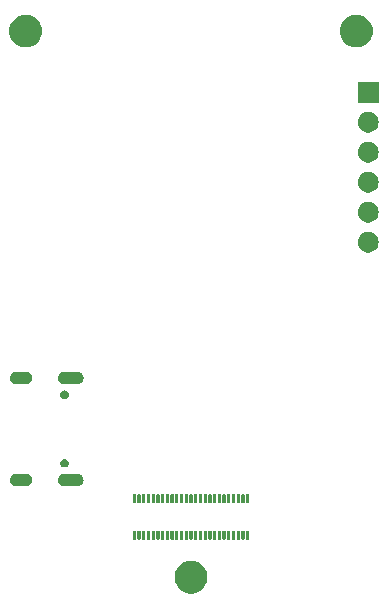
<source format=gbr>
%TF.GenerationSoftware,KiCad,Pcbnew,7.0.5-7.0.5~ubuntu20.04.1*%
%TF.CreationDate,2023-06-26T22:11:11+02:00*%
%TF.ProjectId,ESP32_UniBoard,45535033-325f-4556-9e69-426f6172642e,rev?*%
%TF.SameCoordinates,Original*%
%TF.FileFunction,Soldermask,Bot*%
%TF.FilePolarity,Negative*%
%FSLAX46Y46*%
G04 Gerber Fmt 4.6, Leading zero omitted, Abs format (unit mm)*
G04 Created by KiCad (PCBNEW 7.0.5-7.0.5~ubuntu20.04.1) date 2023-06-26 22:11:11*
%MOMM*%
%LPD*%
G01*
G04 APERTURE LIST*
G04 APERTURE END LIST*
G36*
X121458525Y-92205734D02*
G01*
X121675657Y-92280275D01*
X121877558Y-92389539D01*
X122058721Y-92530544D01*
X122214205Y-92699444D01*
X122339769Y-92891633D01*
X122431986Y-93101868D01*
X122488342Y-93324414D01*
X122507300Y-93553200D01*
X122488342Y-93781986D01*
X122431986Y-94004532D01*
X122339769Y-94214767D01*
X122214205Y-94406956D01*
X122058721Y-94575856D01*
X121877558Y-94716861D01*
X121675657Y-94826125D01*
X121458525Y-94900666D01*
X121232085Y-94938452D01*
X121002515Y-94938452D01*
X120776075Y-94900666D01*
X120558943Y-94826125D01*
X120357042Y-94716861D01*
X120175879Y-94575856D01*
X120020395Y-94406956D01*
X119894831Y-94214767D01*
X119802614Y-94004532D01*
X119746258Y-93781986D01*
X119727300Y-93553200D01*
X119746258Y-93324414D01*
X119802614Y-93101868D01*
X119894831Y-92891633D01*
X120020395Y-92699444D01*
X120175879Y-92530544D01*
X120357042Y-92389539D01*
X120558943Y-92280275D01*
X120776075Y-92205734D01*
X121002515Y-92167948D01*
X121232085Y-92167948D01*
X121458525Y-92205734D01*
G37*
G36*
X116414088Y-89608528D02*
G01*
X116436797Y-89623703D01*
X116451972Y-89646412D01*
X116457300Y-89673200D01*
X116457300Y-90313200D01*
X116451972Y-90339988D01*
X116436797Y-90362697D01*
X116414088Y-90377872D01*
X116387300Y-90383200D01*
X116247300Y-90383200D01*
X116220512Y-90377872D01*
X116197803Y-90362697D01*
X116182628Y-90339988D01*
X116177300Y-90313200D01*
X116177300Y-89673200D01*
X116182628Y-89646412D01*
X116197803Y-89623703D01*
X116220512Y-89608528D01*
X116247300Y-89603200D01*
X116387300Y-89603200D01*
X116414088Y-89608528D01*
G37*
G36*
X116814088Y-89608528D02*
G01*
X116836797Y-89623703D01*
X116851972Y-89646412D01*
X116857300Y-89673200D01*
X116857300Y-90313200D01*
X116851972Y-90339988D01*
X116836797Y-90362697D01*
X116814088Y-90377872D01*
X116787300Y-90383200D01*
X116647300Y-90383200D01*
X116620512Y-90377872D01*
X116597803Y-90362697D01*
X116582628Y-90339988D01*
X116577300Y-90313200D01*
X116577300Y-89673200D01*
X116582628Y-89646412D01*
X116597803Y-89623703D01*
X116620512Y-89608528D01*
X116647300Y-89603200D01*
X116787300Y-89603200D01*
X116814088Y-89608528D01*
G37*
G36*
X117214088Y-89608528D02*
G01*
X117236797Y-89623703D01*
X117251972Y-89646412D01*
X117257300Y-89673200D01*
X117257300Y-90313200D01*
X117251972Y-90339988D01*
X117236797Y-90362697D01*
X117214088Y-90377872D01*
X117187300Y-90383200D01*
X117047300Y-90383200D01*
X117020512Y-90377872D01*
X116997803Y-90362697D01*
X116982628Y-90339988D01*
X116977300Y-90313200D01*
X116977300Y-89673200D01*
X116982628Y-89646412D01*
X116997803Y-89623703D01*
X117020512Y-89608528D01*
X117047300Y-89603200D01*
X117187300Y-89603200D01*
X117214088Y-89608528D01*
G37*
G36*
X117614088Y-89608528D02*
G01*
X117636797Y-89623703D01*
X117651972Y-89646412D01*
X117657300Y-89673200D01*
X117657300Y-90313200D01*
X117651972Y-90339988D01*
X117636797Y-90362697D01*
X117614088Y-90377872D01*
X117587300Y-90383200D01*
X117447300Y-90383200D01*
X117420512Y-90377872D01*
X117397803Y-90362697D01*
X117382628Y-90339988D01*
X117377300Y-90313200D01*
X117377300Y-89673200D01*
X117382628Y-89646412D01*
X117397803Y-89623703D01*
X117420512Y-89608528D01*
X117447300Y-89603200D01*
X117587300Y-89603200D01*
X117614088Y-89608528D01*
G37*
G36*
X118014088Y-89608528D02*
G01*
X118036797Y-89623703D01*
X118051972Y-89646412D01*
X118057300Y-89673200D01*
X118057300Y-90313200D01*
X118051972Y-90339988D01*
X118036797Y-90362697D01*
X118014088Y-90377872D01*
X117987300Y-90383200D01*
X117847300Y-90383200D01*
X117820512Y-90377872D01*
X117797803Y-90362697D01*
X117782628Y-90339988D01*
X117777300Y-90313200D01*
X117777300Y-89673200D01*
X117782628Y-89646412D01*
X117797803Y-89623703D01*
X117820512Y-89608528D01*
X117847300Y-89603200D01*
X117987300Y-89603200D01*
X118014088Y-89608528D01*
G37*
G36*
X118414088Y-89608528D02*
G01*
X118436797Y-89623703D01*
X118451972Y-89646412D01*
X118457300Y-89673200D01*
X118457300Y-90313200D01*
X118451972Y-90339988D01*
X118436797Y-90362697D01*
X118414088Y-90377872D01*
X118387300Y-90383200D01*
X118247300Y-90383200D01*
X118220512Y-90377872D01*
X118197803Y-90362697D01*
X118182628Y-90339988D01*
X118177300Y-90313200D01*
X118177300Y-89673200D01*
X118182628Y-89646412D01*
X118197803Y-89623703D01*
X118220512Y-89608528D01*
X118247300Y-89603200D01*
X118387300Y-89603200D01*
X118414088Y-89608528D01*
G37*
G36*
X118814088Y-89608528D02*
G01*
X118836797Y-89623703D01*
X118851972Y-89646412D01*
X118857300Y-89673200D01*
X118857300Y-90313200D01*
X118851972Y-90339988D01*
X118836797Y-90362697D01*
X118814088Y-90377872D01*
X118787300Y-90383200D01*
X118647300Y-90383200D01*
X118620512Y-90377872D01*
X118597803Y-90362697D01*
X118582628Y-90339988D01*
X118577300Y-90313200D01*
X118577300Y-89673200D01*
X118582628Y-89646412D01*
X118597803Y-89623703D01*
X118620512Y-89608528D01*
X118647300Y-89603200D01*
X118787300Y-89603200D01*
X118814088Y-89608528D01*
G37*
G36*
X119214088Y-89608528D02*
G01*
X119236797Y-89623703D01*
X119251972Y-89646412D01*
X119257300Y-89673200D01*
X119257300Y-90313200D01*
X119251972Y-90339988D01*
X119236797Y-90362697D01*
X119214088Y-90377872D01*
X119187300Y-90383200D01*
X119047300Y-90383200D01*
X119020512Y-90377872D01*
X118997803Y-90362697D01*
X118982628Y-90339988D01*
X118977300Y-90313200D01*
X118977300Y-89673200D01*
X118982628Y-89646412D01*
X118997803Y-89623703D01*
X119020512Y-89608528D01*
X119047300Y-89603200D01*
X119187300Y-89603200D01*
X119214088Y-89608528D01*
G37*
G36*
X119614088Y-89608528D02*
G01*
X119636797Y-89623703D01*
X119651972Y-89646412D01*
X119657300Y-89673200D01*
X119657300Y-90313200D01*
X119651972Y-90339988D01*
X119636797Y-90362697D01*
X119614088Y-90377872D01*
X119587300Y-90383200D01*
X119447300Y-90383200D01*
X119420512Y-90377872D01*
X119397803Y-90362697D01*
X119382628Y-90339988D01*
X119377300Y-90313200D01*
X119377300Y-89673200D01*
X119382628Y-89646412D01*
X119397803Y-89623703D01*
X119420512Y-89608528D01*
X119447300Y-89603200D01*
X119587300Y-89603200D01*
X119614088Y-89608528D01*
G37*
G36*
X120014088Y-89608528D02*
G01*
X120036797Y-89623703D01*
X120051972Y-89646412D01*
X120057300Y-89673200D01*
X120057300Y-90313200D01*
X120051972Y-90339988D01*
X120036797Y-90362697D01*
X120014088Y-90377872D01*
X119987300Y-90383200D01*
X119847300Y-90383200D01*
X119820512Y-90377872D01*
X119797803Y-90362697D01*
X119782628Y-90339988D01*
X119777300Y-90313200D01*
X119777300Y-89673200D01*
X119782628Y-89646412D01*
X119797803Y-89623703D01*
X119820512Y-89608528D01*
X119847300Y-89603200D01*
X119987300Y-89603200D01*
X120014088Y-89608528D01*
G37*
G36*
X120414088Y-89608528D02*
G01*
X120436797Y-89623703D01*
X120451972Y-89646412D01*
X120457300Y-89673200D01*
X120457300Y-90313200D01*
X120451972Y-90339988D01*
X120436797Y-90362697D01*
X120414088Y-90377872D01*
X120387300Y-90383200D01*
X120247300Y-90383200D01*
X120220512Y-90377872D01*
X120197803Y-90362697D01*
X120182628Y-90339988D01*
X120177300Y-90313200D01*
X120177300Y-89673200D01*
X120182628Y-89646412D01*
X120197803Y-89623703D01*
X120220512Y-89608528D01*
X120247300Y-89603200D01*
X120387300Y-89603200D01*
X120414088Y-89608528D01*
G37*
G36*
X120814088Y-89608528D02*
G01*
X120836797Y-89623703D01*
X120851972Y-89646412D01*
X120857300Y-89673200D01*
X120857300Y-90313200D01*
X120851972Y-90339988D01*
X120836797Y-90362697D01*
X120814088Y-90377872D01*
X120787300Y-90383200D01*
X120647300Y-90383200D01*
X120620512Y-90377872D01*
X120597803Y-90362697D01*
X120582628Y-90339988D01*
X120577300Y-90313200D01*
X120577300Y-89673200D01*
X120582628Y-89646412D01*
X120597803Y-89623703D01*
X120620512Y-89608528D01*
X120647300Y-89603200D01*
X120787300Y-89603200D01*
X120814088Y-89608528D01*
G37*
G36*
X121214088Y-89608528D02*
G01*
X121236797Y-89623703D01*
X121251972Y-89646412D01*
X121257300Y-89673200D01*
X121257300Y-90313200D01*
X121251972Y-90339988D01*
X121236797Y-90362697D01*
X121214088Y-90377872D01*
X121187300Y-90383200D01*
X121047300Y-90383200D01*
X121020512Y-90377872D01*
X120997803Y-90362697D01*
X120982628Y-90339988D01*
X120977300Y-90313200D01*
X120977300Y-89673200D01*
X120982628Y-89646412D01*
X120997803Y-89623703D01*
X121020512Y-89608528D01*
X121047300Y-89603200D01*
X121187300Y-89603200D01*
X121214088Y-89608528D01*
G37*
G36*
X121614088Y-89608528D02*
G01*
X121636797Y-89623703D01*
X121651972Y-89646412D01*
X121657300Y-89673200D01*
X121657300Y-90313200D01*
X121651972Y-90339988D01*
X121636797Y-90362697D01*
X121614088Y-90377872D01*
X121587300Y-90383200D01*
X121447300Y-90383200D01*
X121420512Y-90377872D01*
X121397803Y-90362697D01*
X121382628Y-90339988D01*
X121377300Y-90313200D01*
X121377300Y-89673200D01*
X121382628Y-89646412D01*
X121397803Y-89623703D01*
X121420512Y-89608528D01*
X121447300Y-89603200D01*
X121587300Y-89603200D01*
X121614088Y-89608528D01*
G37*
G36*
X122014088Y-89608528D02*
G01*
X122036797Y-89623703D01*
X122051972Y-89646412D01*
X122057300Y-89673200D01*
X122057300Y-90313200D01*
X122051972Y-90339988D01*
X122036797Y-90362697D01*
X122014088Y-90377872D01*
X121987300Y-90383200D01*
X121847300Y-90383200D01*
X121820512Y-90377872D01*
X121797803Y-90362697D01*
X121782628Y-90339988D01*
X121777300Y-90313200D01*
X121777300Y-89673200D01*
X121782628Y-89646412D01*
X121797803Y-89623703D01*
X121820512Y-89608528D01*
X121847300Y-89603200D01*
X121987300Y-89603200D01*
X122014088Y-89608528D01*
G37*
G36*
X122414088Y-89608528D02*
G01*
X122436797Y-89623703D01*
X122451972Y-89646412D01*
X122457300Y-89673200D01*
X122457300Y-90313200D01*
X122451972Y-90339988D01*
X122436797Y-90362697D01*
X122414088Y-90377872D01*
X122387300Y-90383200D01*
X122247300Y-90383200D01*
X122220512Y-90377872D01*
X122197803Y-90362697D01*
X122182628Y-90339988D01*
X122177300Y-90313200D01*
X122177300Y-89673200D01*
X122182628Y-89646412D01*
X122197803Y-89623703D01*
X122220512Y-89608528D01*
X122247300Y-89603200D01*
X122387300Y-89603200D01*
X122414088Y-89608528D01*
G37*
G36*
X122814088Y-89608528D02*
G01*
X122836797Y-89623703D01*
X122851972Y-89646412D01*
X122857300Y-89673200D01*
X122857300Y-90313200D01*
X122851972Y-90339988D01*
X122836797Y-90362697D01*
X122814088Y-90377872D01*
X122787300Y-90383200D01*
X122647300Y-90383200D01*
X122620512Y-90377872D01*
X122597803Y-90362697D01*
X122582628Y-90339988D01*
X122577300Y-90313200D01*
X122577300Y-89673200D01*
X122582628Y-89646412D01*
X122597803Y-89623703D01*
X122620512Y-89608528D01*
X122647300Y-89603200D01*
X122787300Y-89603200D01*
X122814088Y-89608528D01*
G37*
G36*
X123214088Y-89608528D02*
G01*
X123236797Y-89623703D01*
X123251972Y-89646412D01*
X123257300Y-89673200D01*
X123257300Y-90313200D01*
X123251972Y-90339988D01*
X123236797Y-90362697D01*
X123214088Y-90377872D01*
X123187300Y-90383200D01*
X123047300Y-90383200D01*
X123020512Y-90377872D01*
X122997803Y-90362697D01*
X122982628Y-90339988D01*
X122977300Y-90313200D01*
X122977300Y-89673200D01*
X122982628Y-89646412D01*
X122997803Y-89623703D01*
X123020512Y-89608528D01*
X123047300Y-89603200D01*
X123187300Y-89603200D01*
X123214088Y-89608528D01*
G37*
G36*
X123614088Y-89608528D02*
G01*
X123636797Y-89623703D01*
X123651972Y-89646412D01*
X123657300Y-89673200D01*
X123657300Y-90313200D01*
X123651972Y-90339988D01*
X123636797Y-90362697D01*
X123614088Y-90377872D01*
X123587300Y-90383200D01*
X123447300Y-90383200D01*
X123420512Y-90377872D01*
X123397803Y-90362697D01*
X123382628Y-90339988D01*
X123377300Y-90313200D01*
X123377300Y-89673200D01*
X123382628Y-89646412D01*
X123397803Y-89623703D01*
X123420512Y-89608528D01*
X123447300Y-89603200D01*
X123587300Y-89603200D01*
X123614088Y-89608528D01*
G37*
G36*
X124014088Y-89608528D02*
G01*
X124036797Y-89623703D01*
X124051972Y-89646412D01*
X124057300Y-89673200D01*
X124057300Y-90313200D01*
X124051972Y-90339988D01*
X124036797Y-90362697D01*
X124014088Y-90377872D01*
X123987300Y-90383200D01*
X123847300Y-90383200D01*
X123820512Y-90377872D01*
X123797803Y-90362697D01*
X123782628Y-90339988D01*
X123777300Y-90313200D01*
X123777300Y-89673200D01*
X123782628Y-89646412D01*
X123797803Y-89623703D01*
X123820512Y-89608528D01*
X123847300Y-89603200D01*
X123987300Y-89603200D01*
X124014088Y-89608528D01*
G37*
G36*
X124414088Y-89608528D02*
G01*
X124436797Y-89623703D01*
X124451972Y-89646412D01*
X124457300Y-89673200D01*
X124457300Y-90313200D01*
X124451972Y-90339988D01*
X124436797Y-90362697D01*
X124414088Y-90377872D01*
X124387300Y-90383200D01*
X124247300Y-90383200D01*
X124220512Y-90377872D01*
X124197803Y-90362697D01*
X124182628Y-90339988D01*
X124177300Y-90313200D01*
X124177300Y-89673200D01*
X124182628Y-89646412D01*
X124197803Y-89623703D01*
X124220512Y-89608528D01*
X124247300Y-89603200D01*
X124387300Y-89603200D01*
X124414088Y-89608528D01*
G37*
G36*
X124814088Y-89608528D02*
G01*
X124836797Y-89623703D01*
X124851972Y-89646412D01*
X124857300Y-89673200D01*
X124857300Y-90313200D01*
X124851972Y-90339988D01*
X124836797Y-90362697D01*
X124814088Y-90377872D01*
X124787300Y-90383200D01*
X124647300Y-90383200D01*
X124620512Y-90377872D01*
X124597803Y-90362697D01*
X124582628Y-90339988D01*
X124577300Y-90313200D01*
X124577300Y-89673200D01*
X124582628Y-89646412D01*
X124597803Y-89623703D01*
X124620512Y-89608528D01*
X124647300Y-89603200D01*
X124787300Y-89603200D01*
X124814088Y-89608528D01*
G37*
G36*
X125214088Y-89608528D02*
G01*
X125236797Y-89623703D01*
X125251972Y-89646412D01*
X125257300Y-89673200D01*
X125257300Y-90313200D01*
X125251972Y-90339988D01*
X125236797Y-90362697D01*
X125214088Y-90377872D01*
X125187300Y-90383200D01*
X125047300Y-90383200D01*
X125020512Y-90377872D01*
X124997803Y-90362697D01*
X124982628Y-90339988D01*
X124977300Y-90313200D01*
X124977300Y-89673200D01*
X124982628Y-89646412D01*
X124997803Y-89623703D01*
X125020512Y-89608528D01*
X125047300Y-89603200D01*
X125187300Y-89603200D01*
X125214088Y-89608528D01*
G37*
G36*
X125614088Y-89608528D02*
G01*
X125636797Y-89623703D01*
X125651972Y-89646412D01*
X125657300Y-89673200D01*
X125657300Y-90313200D01*
X125651972Y-90339988D01*
X125636797Y-90362697D01*
X125614088Y-90377872D01*
X125587300Y-90383200D01*
X125447300Y-90383200D01*
X125420512Y-90377872D01*
X125397803Y-90362697D01*
X125382628Y-90339988D01*
X125377300Y-90313200D01*
X125377300Y-89673200D01*
X125382628Y-89646412D01*
X125397803Y-89623703D01*
X125420512Y-89608528D01*
X125447300Y-89603200D01*
X125587300Y-89603200D01*
X125614088Y-89608528D01*
G37*
G36*
X126014088Y-89608528D02*
G01*
X126036797Y-89623703D01*
X126051972Y-89646412D01*
X126057300Y-89673200D01*
X126057300Y-90313200D01*
X126051972Y-90339988D01*
X126036797Y-90362697D01*
X126014088Y-90377872D01*
X125987300Y-90383200D01*
X125847300Y-90383200D01*
X125820512Y-90377872D01*
X125797803Y-90362697D01*
X125782628Y-90339988D01*
X125777300Y-90313200D01*
X125777300Y-89673200D01*
X125782628Y-89646412D01*
X125797803Y-89623703D01*
X125820512Y-89608528D01*
X125847300Y-89603200D01*
X125987300Y-89603200D01*
X126014088Y-89608528D01*
G37*
G36*
X116414088Y-86528528D02*
G01*
X116436797Y-86543703D01*
X116451972Y-86566412D01*
X116457300Y-86593200D01*
X116457300Y-87233200D01*
X116451972Y-87259988D01*
X116436797Y-87282697D01*
X116414088Y-87297872D01*
X116387300Y-87303200D01*
X116247300Y-87303200D01*
X116220512Y-87297872D01*
X116197803Y-87282697D01*
X116182628Y-87259988D01*
X116177300Y-87233200D01*
X116177300Y-86593200D01*
X116182628Y-86566412D01*
X116197803Y-86543703D01*
X116220512Y-86528528D01*
X116247300Y-86523200D01*
X116387300Y-86523200D01*
X116414088Y-86528528D01*
G37*
G36*
X116814088Y-86528528D02*
G01*
X116836797Y-86543703D01*
X116851972Y-86566412D01*
X116857300Y-86593200D01*
X116857300Y-87233200D01*
X116851972Y-87259988D01*
X116836797Y-87282697D01*
X116814088Y-87297872D01*
X116787300Y-87303200D01*
X116647300Y-87303200D01*
X116620512Y-87297872D01*
X116597803Y-87282697D01*
X116582628Y-87259988D01*
X116577300Y-87233200D01*
X116577300Y-86593200D01*
X116582628Y-86566412D01*
X116597803Y-86543703D01*
X116620512Y-86528528D01*
X116647300Y-86523200D01*
X116787300Y-86523200D01*
X116814088Y-86528528D01*
G37*
G36*
X117214088Y-86528528D02*
G01*
X117236797Y-86543703D01*
X117251972Y-86566412D01*
X117257300Y-86593200D01*
X117257300Y-87233200D01*
X117251972Y-87259988D01*
X117236797Y-87282697D01*
X117214088Y-87297872D01*
X117187300Y-87303200D01*
X117047300Y-87303200D01*
X117020512Y-87297872D01*
X116997803Y-87282697D01*
X116982628Y-87259988D01*
X116977300Y-87233200D01*
X116977300Y-86593200D01*
X116982628Y-86566412D01*
X116997803Y-86543703D01*
X117020512Y-86528528D01*
X117047300Y-86523200D01*
X117187300Y-86523200D01*
X117214088Y-86528528D01*
G37*
G36*
X117614088Y-86528528D02*
G01*
X117636797Y-86543703D01*
X117651972Y-86566412D01*
X117657300Y-86593200D01*
X117657300Y-87233200D01*
X117651972Y-87259988D01*
X117636797Y-87282697D01*
X117614088Y-87297872D01*
X117587300Y-87303200D01*
X117447300Y-87303200D01*
X117420512Y-87297872D01*
X117397803Y-87282697D01*
X117382628Y-87259988D01*
X117377300Y-87233200D01*
X117377300Y-86593200D01*
X117382628Y-86566412D01*
X117397803Y-86543703D01*
X117420512Y-86528528D01*
X117447300Y-86523200D01*
X117587300Y-86523200D01*
X117614088Y-86528528D01*
G37*
G36*
X118014088Y-86528528D02*
G01*
X118036797Y-86543703D01*
X118051972Y-86566412D01*
X118057300Y-86593200D01*
X118057300Y-87233200D01*
X118051972Y-87259988D01*
X118036797Y-87282697D01*
X118014088Y-87297872D01*
X117987300Y-87303200D01*
X117847300Y-87303200D01*
X117820512Y-87297872D01*
X117797803Y-87282697D01*
X117782628Y-87259988D01*
X117777300Y-87233200D01*
X117777300Y-86593200D01*
X117782628Y-86566412D01*
X117797803Y-86543703D01*
X117820512Y-86528528D01*
X117847300Y-86523200D01*
X117987300Y-86523200D01*
X118014088Y-86528528D01*
G37*
G36*
X118414088Y-86528528D02*
G01*
X118436797Y-86543703D01*
X118451972Y-86566412D01*
X118457300Y-86593200D01*
X118457300Y-87233200D01*
X118451972Y-87259988D01*
X118436797Y-87282697D01*
X118414088Y-87297872D01*
X118387300Y-87303200D01*
X118247300Y-87303200D01*
X118220512Y-87297872D01*
X118197803Y-87282697D01*
X118182628Y-87259988D01*
X118177300Y-87233200D01*
X118177300Y-86593200D01*
X118182628Y-86566412D01*
X118197803Y-86543703D01*
X118220512Y-86528528D01*
X118247300Y-86523200D01*
X118387300Y-86523200D01*
X118414088Y-86528528D01*
G37*
G36*
X118814088Y-86528528D02*
G01*
X118836797Y-86543703D01*
X118851972Y-86566412D01*
X118857300Y-86593200D01*
X118857300Y-87233200D01*
X118851972Y-87259988D01*
X118836797Y-87282697D01*
X118814088Y-87297872D01*
X118787300Y-87303200D01*
X118647300Y-87303200D01*
X118620512Y-87297872D01*
X118597803Y-87282697D01*
X118582628Y-87259988D01*
X118577300Y-87233200D01*
X118577300Y-86593200D01*
X118582628Y-86566412D01*
X118597803Y-86543703D01*
X118620512Y-86528528D01*
X118647300Y-86523200D01*
X118787300Y-86523200D01*
X118814088Y-86528528D01*
G37*
G36*
X119214088Y-86528528D02*
G01*
X119236797Y-86543703D01*
X119251972Y-86566412D01*
X119257300Y-86593200D01*
X119257300Y-87233200D01*
X119251972Y-87259988D01*
X119236797Y-87282697D01*
X119214088Y-87297872D01*
X119187300Y-87303200D01*
X119047300Y-87303200D01*
X119020512Y-87297872D01*
X118997803Y-87282697D01*
X118982628Y-87259988D01*
X118977300Y-87233200D01*
X118977300Y-86593200D01*
X118982628Y-86566412D01*
X118997803Y-86543703D01*
X119020512Y-86528528D01*
X119047300Y-86523200D01*
X119187300Y-86523200D01*
X119214088Y-86528528D01*
G37*
G36*
X119614088Y-86528528D02*
G01*
X119636797Y-86543703D01*
X119651972Y-86566412D01*
X119657300Y-86593200D01*
X119657300Y-87233200D01*
X119651972Y-87259988D01*
X119636797Y-87282697D01*
X119614088Y-87297872D01*
X119587300Y-87303200D01*
X119447300Y-87303200D01*
X119420512Y-87297872D01*
X119397803Y-87282697D01*
X119382628Y-87259988D01*
X119377300Y-87233200D01*
X119377300Y-86593200D01*
X119382628Y-86566412D01*
X119397803Y-86543703D01*
X119420512Y-86528528D01*
X119447300Y-86523200D01*
X119587300Y-86523200D01*
X119614088Y-86528528D01*
G37*
G36*
X120014088Y-86528528D02*
G01*
X120036797Y-86543703D01*
X120051972Y-86566412D01*
X120057300Y-86593200D01*
X120057300Y-87233200D01*
X120051972Y-87259988D01*
X120036797Y-87282697D01*
X120014088Y-87297872D01*
X119987300Y-87303200D01*
X119847300Y-87303200D01*
X119820512Y-87297872D01*
X119797803Y-87282697D01*
X119782628Y-87259988D01*
X119777300Y-87233200D01*
X119777300Y-86593200D01*
X119782628Y-86566412D01*
X119797803Y-86543703D01*
X119820512Y-86528528D01*
X119847300Y-86523200D01*
X119987300Y-86523200D01*
X120014088Y-86528528D01*
G37*
G36*
X120414088Y-86528528D02*
G01*
X120436797Y-86543703D01*
X120451972Y-86566412D01*
X120457300Y-86593200D01*
X120457300Y-87233200D01*
X120451972Y-87259988D01*
X120436797Y-87282697D01*
X120414088Y-87297872D01*
X120387300Y-87303200D01*
X120247300Y-87303200D01*
X120220512Y-87297872D01*
X120197803Y-87282697D01*
X120182628Y-87259988D01*
X120177300Y-87233200D01*
X120177300Y-86593200D01*
X120182628Y-86566412D01*
X120197803Y-86543703D01*
X120220512Y-86528528D01*
X120247300Y-86523200D01*
X120387300Y-86523200D01*
X120414088Y-86528528D01*
G37*
G36*
X120814088Y-86528528D02*
G01*
X120836797Y-86543703D01*
X120851972Y-86566412D01*
X120857300Y-86593200D01*
X120857300Y-87233200D01*
X120851972Y-87259988D01*
X120836797Y-87282697D01*
X120814088Y-87297872D01*
X120787300Y-87303200D01*
X120647300Y-87303200D01*
X120620512Y-87297872D01*
X120597803Y-87282697D01*
X120582628Y-87259988D01*
X120577300Y-87233200D01*
X120577300Y-86593200D01*
X120582628Y-86566412D01*
X120597803Y-86543703D01*
X120620512Y-86528528D01*
X120647300Y-86523200D01*
X120787300Y-86523200D01*
X120814088Y-86528528D01*
G37*
G36*
X121214088Y-86528528D02*
G01*
X121236797Y-86543703D01*
X121251972Y-86566412D01*
X121257300Y-86593200D01*
X121257300Y-87233200D01*
X121251972Y-87259988D01*
X121236797Y-87282697D01*
X121214088Y-87297872D01*
X121187300Y-87303200D01*
X121047300Y-87303200D01*
X121020512Y-87297872D01*
X120997803Y-87282697D01*
X120982628Y-87259988D01*
X120977300Y-87233200D01*
X120977300Y-86593200D01*
X120982628Y-86566412D01*
X120997803Y-86543703D01*
X121020512Y-86528528D01*
X121047300Y-86523200D01*
X121187300Y-86523200D01*
X121214088Y-86528528D01*
G37*
G36*
X121614088Y-86528528D02*
G01*
X121636797Y-86543703D01*
X121651972Y-86566412D01*
X121657300Y-86593200D01*
X121657300Y-87233200D01*
X121651972Y-87259988D01*
X121636797Y-87282697D01*
X121614088Y-87297872D01*
X121587300Y-87303200D01*
X121447300Y-87303200D01*
X121420512Y-87297872D01*
X121397803Y-87282697D01*
X121382628Y-87259988D01*
X121377300Y-87233200D01*
X121377300Y-86593200D01*
X121382628Y-86566412D01*
X121397803Y-86543703D01*
X121420512Y-86528528D01*
X121447300Y-86523200D01*
X121587300Y-86523200D01*
X121614088Y-86528528D01*
G37*
G36*
X122014088Y-86528528D02*
G01*
X122036797Y-86543703D01*
X122051972Y-86566412D01*
X122057300Y-86593200D01*
X122057300Y-87233200D01*
X122051972Y-87259988D01*
X122036797Y-87282697D01*
X122014088Y-87297872D01*
X121987300Y-87303200D01*
X121847300Y-87303200D01*
X121820512Y-87297872D01*
X121797803Y-87282697D01*
X121782628Y-87259988D01*
X121777300Y-87233200D01*
X121777300Y-86593200D01*
X121782628Y-86566412D01*
X121797803Y-86543703D01*
X121820512Y-86528528D01*
X121847300Y-86523200D01*
X121987300Y-86523200D01*
X122014088Y-86528528D01*
G37*
G36*
X122414088Y-86528528D02*
G01*
X122436797Y-86543703D01*
X122451972Y-86566412D01*
X122457300Y-86593200D01*
X122457300Y-87233200D01*
X122451972Y-87259988D01*
X122436797Y-87282697D01*
X122414088Y-87297872D01*
X122387300Y-87303200D01*
X122247300Y-87303200D01*
X122220512Y-87297872D01*
X122197803Y-87282697D01*
X122182628Y-87259988D01*
X122177300Y-87233200D01*
X122177300Y-86593200D01*
X122182628Y-86566412D01*
X122197803Y-86543703D01*
X122220512Y-86528528D01*
X122247300Y-86523200D01*
X122387300Y-86523200D01*
X122414088Y-86528528D01*
G37*
G36*
X122814088Y-86528528D02*
G01*
X122836797Y-86543703D01*
X122851972Y-86566412D01*
X122857300Y-86593200D01*
X122857300Y-87233200D01*
X122851972Y-87259988D01*
X122836797Y-87282697D01*
X122814088Y-87297872D01*
X122787300Y-87303200D01*
X122647300Y-87303200D01*
X122620512Y-87297872D01*
X122597803Y-87282697D01*
X122582628Y-87259988D01*
X122577300Y-87233200D01*
X122577300Y-86593200D01*
X122582628Y-86566412D01*
X122597803Y-86543703D01*
X122620512Y-86528528D01*
X122647300Y-86523200D01*
X122787300Y-86523200D01*
X122814088Y-86528528D01*
G37*
G36*
X123214088Y-86528528D02*
G01*
X123236797Y-86543703D01*
X123251972Y-86566412D01*
X123257300Y-86593200D01*
X123257300Y-87233200D01*
X123251972Y-87259988D01*
X123236797Y-87282697D01*
X123214088Y-87297872D01*
X123187300Y-87303200D01*
X123047300Y-87303200D01*
X123020512Y-87297872D01*
X122997803Y-87282697D01*
X122982628Y-87259988D01*
X122977300Y-87233200D01*
X122977300Y-86593200D01*
X122982628Y-86566412D01*
X122997803Y-86543703D01*
X123020512Y-86528528D01*
X123047300Y-86523200D01*
X123187300Y-86523200D01*
X123214088Y-86528528D01*
G37*
G36*
X123614088Y-86528528D02*
G01*
X123636797Y-86543703D01*
X123651972Y-86566412D01*
X123657300Y-86593200D01*
X123657300Y-87233200D01*
X123651972Y-87259988D01*
X123636797Y-87282697D01*
X123614088Y-87297872D01*
X123587300Y-87303200D01*
X123447300Y-87303200D01*
X123420512Y-87297872D01*
X123397803Y-87282697D01*
X123382628Y-87259988D01*
X123377300Y-87233200D01*
X123377300Y-86593200D01*
X123382628Y-86566412D01*
X123397803Y-86543703D01*
X123420512Y-86528528D01*
X123447300Y-86523200D01*
X123587300Y-86523200D01*
X123614088Y-86528528D01*
G37*
G36*
X124014088Y-86528528D02*
G01*
X124036797Y-86543703D01*
X124051972Y-86566412D01*
X124057300Y-86593200D01*
X124057300Y-87233200D01*
X124051972Y-87259988D01*
X124036797Y-87282697D01*
X124014088Y-87297872D01*
X123987300Y-87303200D01*
X123847300Y-87303200D01*
X123820512Y-87297872D01*
X123797803Y-87282697D01*
X123782628Y-87259988D01*
X123777300Y-87233200D01*
X123777300Y-86593200D01*
X123782628Y-86566412D01*
X123797803Y-86543703D01*
X123820512Y-86528528D01*
X123847300Y-86523200D01*
X123987300Y-86523200D01*
X124014088Y-86528528D01*
G37*
G36*
X124414088Y-86528528D02*
G01*
X124436797Y-86543703D01*
X124451972Y-86566412D01*
X124457300Y-86593200D01*
X124457300Y-87233200D01*
X124451972Y-87259988D01*
X124436797Y-87282697D01*
X124414088Y-87297872D01*
X124387300Y-87303200D01*
X124247300Y-87303200D01*
X124220512Y-87297872D01*
X124197803Y-87282697D01*
X124182628Y-87259988D01*
X124177300Y-87233200D01*
X124177300Y-86593200D01*
X124182628Y-86566412D01*
X124197803Y-86543703D01*
X124220512Y-86528528D01*
X124247300Y-86523200D01*
X124387300Y-86523200D01*
X124414088Y-86528528D01*
G37*
G36*
X124814088Y-86528528D02*
G01*
X124836797Y-86543703D01*
X124851972Y-86566412D01*
X124857300Y-86593200D01*
X124857300Y-87233200D01*
X124851972Y-87259988D01*
X124836797Y-87282697D01*
X124814088Y-87297872D01*
X124787300Y-87303200D01*
X124647300Y-87303200D01*
X124620512Y-87297872D01*
X124597803Y-87282697D01*
X124582628Y-87259988D01*
X124577300Y-87233200D01*
X124577300Y-86593200D01*
X124582628Y-86566412D01*
X124597803Y-86543703D01*
X124620512Y-86528528D01*
X124647300Y-86523200D01*
X124787300Y-86523200D01*
X124814088Y-86528528D01*
G37*
G36*
X125214088Y-86528528D02*
G01*
X125236797Y-86543703D01*
X125251972Y-86566412D01*
X125257300Y-86593200D01*
X125257300Y-87233200D01*
X125251972Y-87259988D01*
X125236797Y-87282697D01*
X125214088Y-87297872D01*
X125187300Y-87303200D01*
X125047300Y-87303200D01*
X125020512Y-87297872D01*
X124997803Y-87282697D01*
X124982628Y-87259988D01*
X124977300Y-87233200D01*
X124977300Y-86593200D01*
X124982628Y-86566412D01*
X124997803Y-86543703D01*
X125020512Y-86528528D01*
X125047300Y-86523200D01*
X125187300Y-86523200D01*
X125214088Y-86528528D01*
G37*
G36*
X125614088Y-86528528D02*
G01*
X125636797Y-86543703D01*
X125651972Y-86566412D01*
X125657300Y-86593200D01*
X125657300Y-87233200D01*
X125651972Y-87259988D01*
X125636797Y-87282697D01*
X125614088Y-87297872D01*
X125587300Y-87303200D01*
X125447300Y-87303200D01*
X125420512Y-87297872D01*
X125397803Y-87282697D01*
X125382628Y-87259988D01*
X125377300Y-87233200D01*
X125377300Y-86593200D01*
X125382628Y-86566412D01*
X125397803Y-86543703D01*
X125420512Y-86528528D01*
X125447300Y-86523200D01*
X125587300Y-86523200D01*
X125614088Y-86528528D01*
G37*
G36*
X126014088Y-86528528D02*
G01*
X126036797Y-86543703D01*
X126051972Y-86566412D01*
X126057300Y-86593200D01*
X126057300Y-87233200D01*
X126051972Y-87259988D01*
X126036797Y-87282697D01*
X126014088Y-87297872D01*
X125987300Y-87303200D01*
X125847300Y-87303200D01*
X125820512Y-87297872D01*
X125797803Y-87282697D01*
X125782628Y-87259988D01*
X125777300Y-87233200D01*
X125777300Y-86593200D01*
X125782628Y-86566412D01*
X125797803Y-86543703D01*
X125820512Y-86528528D01*
X125847300Y-86523200D01*
X125987300Y-86523200D01*
X126014088Y-86528528D01*
G37*
G36*
X107203030Y-84788230D02*
G01*
X107237240Y-84797815D01*
X107269149Y-84802016D01*
X107304509Y-84816662D01*
X107344637Y-84827906D01*
X107372374Y-84844773D01*
X107399284Y-84855920D01*
X107432057Y-84881068D01*
X107470287Y-84904316D01*
X107490346Y-84925794D01*
X107511032Y-84941667D01*
X107538026Y-84976846D01*
X107570664Y-85011793D01*
X107582772Y-85035161D01*
X107596779Y-85053415D01*
X107614903Y-85097171D01*
X107638321Y-85142365D01*
X107643050Y-85165122D01*
X107650683Y-85183550D01*
X107657259Y-85233500D01*
X107668241Y-85286349D01*
X107666864Y-85306465D01*
X107669068Y-85323199D01*
X107662099Y-85376129D01*
X107658205Y-85433066D01*
X107652485Y-85449160D01*
X107650683Y-85462849D01*
X107629112Y-85514924D01*
X107608958Y-85571635D01*
X107600885Y-85583070D01*
X107596780Y-85592983D01*
X107560684Y-85640023D01*
X107524151Y-85691779D01*
X107515685Y-85698666D01*
X107511030Y-85704733D01*
X107461719Y-85742570D01*
X107410075Y-85784586D01*
X107402905Y-85787700D01*
X107399284Y-85790479D01*
X107339433Y-85815270D01*
X107275190Y-85843175D01*
X107270513Y-85843817D01*
X107269149Y-85844383D01*
X107203943Y-85852967D01*
X107129500Y-85863200D01*
X107126225Y-85863200D01*
X106332775Y-85863200D01*
X106329500Y-85863200D01*
X106255970Y-85858170D01*
X106221754Y-85848583D01*
X106189850Y-85844383D01*
X106154494Y-85829738D01*
X106114363Y-85818494D01*
X106086622Y-85801624D01*
X106059715Y-85790479D01*
X106026943Y-85765332D01*
X105988713Y-85742084D01*
X105968652Y-85720604D01*
X105947967Y-85704732D01*
X105920972Y-85669552D01*
X105888336Y-85634607D01*
X105876228Y-85611239D01*
X105862220Y-85592984D01*
X105844093Y-85549222D01*
X105820679Y-85504035D01*
X105815950Y-85481280D01*
X105808316Y-85462849D01*
X105801738Y-85412887D01*
X105790759Y-85360051D01*
X105792134Y-85339939D01*
X105789931Y-85323200D01*
X105796901Y-85270252D01*
X105800795Y-85213334D01*
X105806513Y-85197244D01*
X105808316Y-85183550D01*
X105829895Y-85131451D01*
X105850042Y-85074765D01*
X105858110Y-85063334D01*
X105862219Y-85053416D01*
X105898336Y-85006348D01*
X105934849Y-84954621D01*
X105943310Y-84947737D01*
X105947969Y-84941666D01*
X105997318Y-84903798D01*
X106048925Y-84861814D01*
X106056089Y-84858702D01*
X106059715Y-84855920D01*
X106119637Y-84831099D01*
X106183810Y-84803225D01*
X106188481Y-84802582D01*
X106189850Y-84802016D01*
X106255162Y-84793417D01*
X106329500Y-84783200D01*
X107129500Y-84783200D01*
X107203030Y-84788230D01*
G37*
G36*
X111553030Y-84788230D02*
G01*
X111587240Y-84797815D01*
X111619149Y-84802016D01*
X111654509Y-84816662D01*
X111694637Y-84827906D01*
X111722374Y-84844773D01*
X111749284Y-84855920D01*
X111782057Y-84881068D01*
X111820287Y-84904316D01*
X111840346Y-84925794D01*
X111861032Y-84941667D01*
X111888026Y-84976846D01*
X111920664Y-85011793D01*
X111932772Y-85035161D01*
X111946779Y-85053415D01*
X111964903Y-85097171D01*
X111988321Y-85142365D01*
X111993050Y-85165122D01*
X112000683Y-85183550D01*
X112007258Y-85233500D01*
X112018241Y-85286349D01*
X112016864Y-85306465D01*
X112019068Y-85323200D01*
X112012099Y-85376130D01*
X112008205Y-85433066D01*
X112002485Y-85449160D01*
X112000683Y-85462849D01*
X111979112Y-85514924D01*
X111958958Y-85571635D01*
X111950885Y-85583070D01*
X111946780Y-85592983D01*
X111910684Y-85640023D01*
X111874151Y-85691779D01*
X111865685Y-85698666D01*
X111861030Y-85704733D01*
X111811719Y-85742570D01*
X111760075Y-85784586D01*
X111752905Y-85787700D01*
X111749284Y-85790479D01*
X111689433Y-85815270D01*
X111625190Y-85843175D01*
X111620513Y-85843817D01*
X111619149Y-85844383D01*
X111553943Y-85852967D01*
X111479500Y-85863200D01*
X111476225Y-85863200D01*
X110382775Y-85863200D01*
X110379500Y-85863200D01*
X110305970Y-85858170D01*
X110271754Y-85848583D01*
X110239850Y-85844383D01*
X110204494Y-85829738D01*
X110164363Y-85818494D01*
X110136622Y-85801624D01*
X110109715Y-85790479D01*
X110076943Y-85765332D01*
X110038713Y-85742084D01*
X110018652Y-85720604D01*
X109997967Y-85704732D01*
X109970972Y-85669552D01*
X109938336Y-85634607D01*
X109926228Y-85611239D01*
X109912220Y-85592984D01*
X109894093Y-85549222D01*
X109870679Y-85504035D01*
X109865950Y-85481280D01*
X109858316Y-85462849D01*
X109851738Y-85412887D01*
X109840759Y-85360051D01*
X109842134Y-85339939D01*
X109839931Y-85323200D01*
X109846901Y-85270252D01*
X109850795Y-85213334D01*
X109856513Y-85197244D01*
X109858316Y-85183550D01*
X109879895Y-85131451D01*
X109900042Y-85074765D01*
X109908110Y-85063334D01*
X109912219Y-85053416D01*
X109948336Y-85006348D01*
X109984849Y-84954621D01*
X109993310Y-84947737D01*
X109997969Y-84941666D01*
X110047318Y-84903798D01*
X110098925Y-84861814D01*
X110106089Y-84858702D01*
X110109715Y-84855920D01*
X110169637Y-84831099D01*
X110233810Y-84803225D01*
X110238481Y-84802582D01*
X110239850Y-84802016D01*
X110305162Y-84793417D01*
X110379500Y-84783200D01*
X111479500Y-84783200D01*
X111553030Y-84788230D01*
G37*
G36*
X110522291Y-83546064D02*
G01*
X110624042Y-83597909D01*
X110704791Y-83678658D01*
X110756636Y-83780409D01*
X110774500Y-83893200D01*
X110756636Y-84005991D01*
X110704791Y-84107742D01*
X110624042Y-84188491D01*
X110522291Y-84240336D01*
X110409500Y-84258200D01*
X110296709Y-84240336D01*
X110194958Y-84188491D01*
X110114209Y-84107742D01*
X110062364Y-84005991D01*
X110044500Y-83893200D01*
X110062364Y-83780409D01*
X110114209Y-83678658D01*
X110194958Y-83597909D01*
X110296709Y-83546064D01*
X110409500Y-83528200D01*
X110522291Y-83546064D01*
G37*
G36*
X110522291Y-77766064D02*
G01*
X110624042Y-77817909D01*
X110704791Y-77898658D01*
X110756636Y-78000409D01*
X110774500Y-78113200D01*
X110756636Y-78225991D01*
X110704791Y-78327742D01*
X110624042Y-78408491D01*
X110522291Y-78460336D01*
X110409500Y-78478200D01*
X110296709Y-78460336D01*
X110194958Y-78408491D01*
X110114209Y-78327742D01*
X110062364Y-78225991D01*
X110044500Y-78113200D01*
X110062364Y-78000409D01*
X110114209Y-77898658D01*
X110194958Y-77817909D01*
X110296709Y-77766064D01*
X110409500Y-77748200D01*
X110522291Y-77766064D01*
G37*
G36*
X107203030Y-76148230D02*
G01*
X107237240Y-76157815D01*
X107269149Y-76162016D01*
X107304509Y-76176662D01*
X107344637Y-76187906D01*
X107372374Y-76204773D01*
X107399284Y-76215920D01*
X107432057Y-76241068D01*
X107470287Y-76264316D01*
X107490346Y-76285794D01*
X107511032Y-76301667D01*
X107538026Y-76336846D01*
X107570664Y-76371793D01*
X107582772Y-76395161D01*
X107596779Y-76413415D01*
X107614903Y-76457171D01*
X107638321Y-76502365D01*
X107643050Y-76525122D01*
X107650683Y-76543550D01*
X107657259Y-76593500D01*
X107668241Y-76646349D01*
X107666864Y-76666465D01*
X107669068Y-76683199D01*
X107662099Y-76736129D01*
X107658205Y-76793066D01*
X107652485Y-76809160D01*
X107650683Y-76822849D01*
X107629112Y-76874924D01*
X107608958Y-76931635D01*
X107600885Y-76943070D01*
X107596780Y-76952983D01*
X107560684Y-77000023D01*
X107524151Y-77051779D01*
X107515685Y-77058666D01*
X107511030Y-77064733D01*
X107461719Y-77102570D01*
X107410075Y-77144586D01*
X107402905Y-77147700D01*
X107399284Y-77150479D01*
X107339433Y-77175270D01*
X107275190Y-77203175D01*
X107270513Y-77203817D01*
X107269149Y-77204383D01*
X107203943Y-77212967D01*
X107129500Y-77223200D01*
X107126225Y-77223200D01*
X106332775Y-77223200D01*
X106329500Y-77223200D01*
X106255970Y-77218170D01*
X106221754Y-77208583D01*
X106189850Y-77204383D01*
X106154494Y-77189738D01*
X106114363Y-77178494D01*
X106086622Y-77161624D01*
X106059715Y-77150479D01*
X106026943Y-77125332D01*
X105988713Y-77102084D01*
X105968652Y-77080604D01*
X105947967Y-77064732D01*
X105920972Y-77029552D01*
X105888336Y-76994607D01*
X105876228Y-76971239D01*
X105862220Y-76952984D01*
X105844093Y-76909222D01*
X105820679Y-76864035D01*
X105815950Y-76841280D01*
X105808316Y-76822849D01*
X105801738Y-76772887D01*
X105790759Y-76720051D01*
X105792134Y-76699939D01*
X105789931Y-76683200D01*
X105796901Y-76630252D01*
X105800795Y-76573334D01*
X105806513Y-76557244D01*
X105808316Y-76543550D01*
X105829895Y-76491451D01*
X105850042Y-76434765D01*
X105858110Y-76423334D01*
X105862219Y-76413416D01*
X105898336Y-76366348D01*
X105934849Y-76314621D01*
X105943310Y-76307737D01*
X105947969Y-76301666D01*
X105997318Y-76263798D01*
X106048925Y-76221814D01*
X106056089Y-76218702D01*
X106059715Y-76215920D01*
X106119637Y-76191099D01*
X106183810Y-76163225D01*
X106188481Y-76162582D01*
X106189850Y-76162016D01*
X106255162Y-76153417D01*
X106329500Y-76143200D01*
X107129500Y-76143200D01*
X107203030Y-76148230D01*
G37*
G36*
X111553030Y-76148230D02*
G01*
X111587240Y-76157815D01*
X111619149Y-76162016D01*
X111654509Y-76176662D01*
X111694637Y-76187906D01*
X111722374Y-76204773D01*
X111749284Y-76215920D01*
X111782057Y-76241068D01*
X111820287Y-76264316D01*
X111840346Y-76285794D01*
X111861032Y-76301667D01*
X111888026Y-76336846D01*
X111920664Y-76371793D01*
X111932772Y-76395161D01*
X111946779Y-76413415D01*
X111964903Y-76457171D01*
X111988321Y-76502365D01*
X111993050Y-76525122D01*
X112000683Y-76543550D01*
X112007258Y-76593500D01*
X112018241Y-76646349D01*
X112016864Y-76666465D01*
X112019068Y-76683200D01*
X112012099Y-76736130D01*
X112008205Y-76793066D01*
X112002485Y-76809160D01*
X112000683Y-76822849D01*
X111979112Y-76874924D01*
X111958958Y-76931635D01*
X111950885Y-76943070D01*
X111946780Y-76952983D01*
X111910684Y-77000023D01*
X111874151Y-77051779D01*
X111865685Y-77058666D01*
X111861030Y-77064733D01*
X111811719Y-77102570D01*
X111760075Y-77144586D01*
X111752905Y-77147700D01*
X111749284Y-77150479D01*
X111689433Y-77175270D01*
X111625190Y-77203175D01*
X111620513Y-77203817D01*
X111619149Y-77204383D01*
X111553943Y-77212967D01*
X111479500Y-77223200D01*
X111476225Y-77223200D01*
X110382775Y-77223200D01*
X110379500Y-77223200D01*
X110305970Y-77218170D01*
X110271754Y-77208583D01*
X110239850Y-77204383D01*
X110204494Y-77189738D01*
X110164363Y-77178494D01*
X110136622Y-77161624D01*
X110109715Y-77150479D01*
X110076943Y-77125332D01*
X110038713Y-77102084D01*
X110018652Y-77080604D01*
X109997967Y-77064732D01*
X109970972Y-77029552D01*
X109938336Y-76994607D01*
X109926228Y-76971239D01*
X109912220Y-76952984D01*
X109894093Y-76909222D01*
X109870679Y-76864035D01*
X109865950Y-76841280D01*
X109858316Y-76822849D01*
X109851738Y-76772887D01*
X109840759Y-76720051D01*
X109842134Y-76699939D01*
X109839931Y-76683200D01*
X109846901Y-76630252D01*
X109850795Y-76573334D01*
X109856513Y-76557244D01*
X109858316Y-76543550D01*
X109879895Y-76491451D01*
X109900042Y-76434765D01*
X109908110Y-76423334D01*
X109912219Y-76413416D01*
X109948336Y-76366348D01*
X109984849Y-76314621D01*
X109993310Y-76307737D01*
X109997969Y-76301666D01*
X110047318Y-76263798D01*
X110098925Y-76221814D01*
X110106089Y-76218702D01*
X110109715Y-76215920D01*
X110169637Y-76191099D01*
X110233810Y-76163225D01*
X110238481Y-76162582D01*
X110239850Y-76162016D01*
X110305162Y-76153417D01*
X110379500Y-76143200D01*
X111479500Y-76143200D01*
X111553030Y-76148230D01*
G37*
G36*
X136392325Y-64353560D02*
G01*
X136562300Y-64429237D01*
X136712826Y-64538601D01*
X136837325Y-64676871D01*
X136930355Y-64838004D01*
X136987851Y-65014959D01*
X137007300Y-65200000D01*
X136987851Y-65385041D01*
X136930355Y-65561996D01*
X136837325Y-65723129D01*
X136712826Y-65861399D01*
X136562300Y-65970763D01*
X136392325Y-66046440D01*
X136210330Y-66085124D01*
X136024270Y-66085124D01*
X135842275Y-66046440D01*
X135672300Y-65970763D01*
X135521774Y-65861399D01*
X135397275Y-65723129D01*
X135304245Y-65561996D01*
X135246749Y-65385041D01*
X135227300Y-65200000D01*
X135246749Y-65014959D01*
X135304245Y-64838004D01*
X135397275Y-64676871D01*
X135521774Y-64538601D01*
X135672300Y-64429237D01*
X135842275Y-64353560D01*
X136024270Y-64314876D01*
X136210330Y-64314876D01*
X136392325Y-64353560D01*
G37*
G36*
X136392325Y-61813560D02*
G01*
X136562300Y-61889237D01*
X136712826Y-61998601D01*
X136837325Y-62136871D01*
X136930355Y-62298004D01*
X136987851Y-62474959D01*
X137007300Y-62660000D01*
X136987851Y-62845041D01*
X136930355Y-63021996D01*
X136837325Y-63183129D01*
X136712826Y-63321399D01*
X136562300Y-63430763D01*
X136392325Y-63506440D01*
X136210330Y-63545124D01*
X136024270Y-63545124D01*
X135842275Y-63506440D01*
X135672300Y-63430763D01*
X135521774Y-63321399D01*
X135397275Y-63183129D01*
X135304245Y-63021996D01*
X135246749Y-62845041D01*
X135227300Y-62660000D01*
X135246749Y-62474959D01*
X135304245Y-62298004D01*
X135397275Y-62136871D01*
X135521774Y-61998601D01*
X135672300Y-61889237D01*
X135842275Y-61813560D01*
X136024270Y-61774876D01*
X136210330Y-61774876D01*
X136392325Y-61813560D01*
G37*
G36*
X136392325Y-59273560D02*
G01*
X136562300Y-59349237D01*
X136712826Y-59458601D01*
X136837325Y-59596871D01*
X136930355Y-59758004D01*
X136987851Y-59934959D01*
X137007300Y-60120000D01*
X136987851Y-60305041D01*
X136930355Y-60481996D01*
X136837325Y-60643129D01*
X136712826Y-60781399D01*
X136562300Y-60890763D01*
X136392325Y-60966440D01*
X136210330Y-61005124D01*
X136024270Y-61005124D01*
X135842275Y-60966440D01*
X135672300Y-60890763D01*
X135521774Y-60781399D01*
X135397275Y-60643129D01*
X135304245Y-60481996D01*
X135246749Y-60305041D01*
X135227300Y-60120000D01*
X135246749Y-59934959D01*
X135304245Y-59758004D01*
X135397275Y-59596871D01*
X135521774Y-59458601D01*
X135672300Y-59349237D01*
X135842275Y-59273560D01*
X136024270Y-59234876D01*
X136210330Y-59234876D01*
X136392325Y-59273560D01*
G37*
G36*
X136392325Y-56733560D02*
G01*
X136562300Y-56809237D01*
X136712826Y-56918601D01*
X136837325Y-57056871D01*
X136930355Y-57218004D01*
X136987851Y-57394959D01*
X137007300Y-57580000D01*
X136987851Y-57765041D01*
X136930355Y-57941996D01*
X136837325Y-58103129D01*
X136712826Y-58241399D01*
X136562300Y-58350763D01*
X136392325Y-58426440D01*
X136210330Y-58465124D01*
X136024270Y-58465124D01*
X135842275Y-58426440D01*
X135672300Y-58350763D01*
X135521774Y-58241399D01*
X135397275Y-58103129D01*
X135304245Y-57941996D01*
X135246749Y-57765041D01*
X135227300Y-57580000D01*
X135246749Y-57394959D01*
X135304245Y-57218004D01*
X135397275Y-57056871D01*
X135521774Y-56918601D01*
X135672300Y-56809237D01*
X135842275Y-56733560D01*
X136024270Y-56694876D01*
X136210330Y-56694876D01*
X136392325Y-56733560D01*
G37*
G36*
X136392325Y-54193560D02*
G01*
X136562300Y-54269237D01*
X136712826Y-54378601D01*
X136837325Y-54516871D01*
X136930355Y-54678004D01*
X136987851Y-54854959D01*
X137007300Y-55040000D01*
X136987851Y-55225041D01*
X136930355Y-55401996D01*
X136837325Y-55563129D01*
X136712826Y-55701399D01*
X136562300Y-55810763D01*
X136392325Y-55886440D01*
X136210330Y-55925124D01*
X136024270Y-55925124D01*
X135842275Y-55886440D01*
X135672300Y-55810763D01*
X135521774Y-55701399D01*
X135397275Y-55563129D01*
X135304245Y-55401996D01*
X135246749Y-55225041D01*
X135227300Y-55040000D01*
X135246749Y-54854959D01*
X135304245Y-54678004D01*
X135397275Y-54516871D01*
X135521774Y-54378601D01*
X135672300Y-54269237D01*
X135842275Y-54193560D01*
X136024270Y-54154876D01*
X136210330Y-54154876D01*
X136392325Y-54193560D01*
G37*
G36*
X136982607Y-51613045D02*
G01*
X136995584Y-51621716D01*
X137004255Y-51634693D01*
X137007300Y-51650000D01*
X137007300Y-53350000D01*
X137004255Y-53365307D01*
X136995584Y-53378284D01*
X136982607Y-53386955D01*
X136967300Y-53390000D01*
X135267300Y-53390000D01*
X135251993Y-53386955D01*
X135239016Y-53378284D01*
X135230345Y-53365307D01*
X135227300Y-53350000D01*
X135227300Y-51650000D01*
X135230345Y-51634693D01*
X135239016Y-51621716D01*
X135251993Y-51613045D01*
X135267300Y-51610000D01*
X136967300Y-51610000D01*
X136982607Y-51613045D01*
G37*
G36*
X107458525Y-45955734D02*
G01*
X107675657Y-46030275D01*
X107877558Y-46139539D01*
X108058721Y-46280544D01*
X108214205Y-46449444D01*
X108339769Y-46641633D01*
X108431986Y-46851868D01*
X108488342Y-47074414D01*
X108507300Y-47303200D01*
X108488342Y-47531986D01*
X108431986Y-47754532D01*
X108339769Y-47964767D01*
X108214205Y-48156956D01*
X108058721Y-48325856D01*
X107877558Y-48466861D01*
X107675657Y-48576125D01*
X107458525Y-48650666D01*
X107232085Y-48688452D01*
X107002515Y-48688452D01*
X106776075Y-48650666D01*
X106558943Y-48576125D01*
X106357042Y-48466861D01*
X106175879Y-48325856D01*
X106020395Y-48156956D01*
X105894831Y-47964767D01*
X105802614Y-47754532D01*
X105746258Y-47531986D01*
X105727300Y-47303200D01*
X105746258Y-47074414D01*
X105802614Y-46851868D01*
X105894831Y-46641633D01*
X106020395Y-46449444D01*
X106175879Y-46280544D01*
X106357042Y-46139539D01*
X106558943Y-46030275D01*
X106776075Y-45955734D01*
X107002515Y-45917948D01*
X107232085Y-45917948D01*
X107458525Y-45955734D01*
G37*
G36*
X135458525Y-45955734D02*
G01*
X135675657Y-46030275D01*
X135877558Y-46139539D01*
X136058721Y-46280544D01*
X136214205Y-46449444D01*
X136339769Y-46641633D01*
X136431986Y-46851868D01*
X136488342Y-47074414D01*
X136507300Y-47303200D01*
X136488342Y-47531986D01*
X136431986Y-47754532D01*
X136339769Y-47964767D01*
X136214205Y-48156956D01*
X136058721Y-48325856D01*
X135877558Y-48466861D01*
X135675657Y-48576125D01*
X135458525Y-48650666D01*
X135232085Y-48688452D01*
X135002515Y-48688452D01*
X134776075Y-48650666D01*
X134558943Y-48576125D01*
X134357042Y-48466861D01*
X134175879Y-48325856D01*
X134020395Y-48156956D01*
X133894831Y-47964767D01*
X133802614Y-47754532D01*
X133746258Y-47531986D01*
X133727300Y-47303200D01*
X133746258Y-47074414D01*
X133802614Y-46851868D01*
X133894831Y-46641633D01*
X134020395Y-46449444D01*
X134175879Y-46280544D01*
X134357042Y-46139539D01*
X134558943Y-46030275D01*
X134776075Y-45955734D01*
X135002515Y-45917948D01*
X135232085Y-45917948D01*
X135458525Y-45955734D01*
G37*
M02*

</source>
